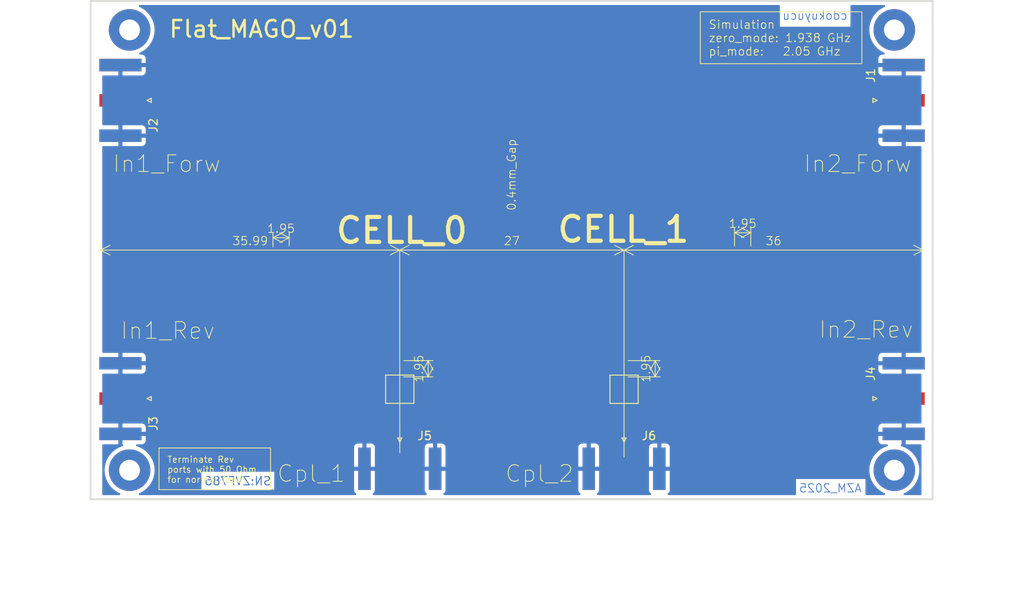
<source format=kicad_pcb>
(kicad_pcb (version 20241229) (generator "pcbnew") (generator_version "9.0")
  (layers (0 "F.Cu" signal) (2 "B.Cu" signal) (13 "F.Paste" user) (15 "B.Paste" user) (5 "F.SilkS" user "F.Silkscreen") (7 "B.SilkS" user "B.Silkscreen") (1 "F.Mask" user) (3 "B.Mask" user) (25 "Edge.Cuts" user))
  (net 0 "")
  (net 1 "GND")
  (net 2 "Net-(J1-In)")
  (net 3 "Net-(J2-In)")
  (net 4 "Net-(J5-In)")
  (net 5 "Net-(J6-In)")
  (footprint "MountingHole:MountingHole_2.5mm_Pad" (layer "F.Cu") (at 194.33 69.62)
    (property "Reference" "REF**" (hide yes))
    (property "Value" "MountingHole_2.5mm_Pad" (hide yes))
    (pad "1" thru_hole circle (at 0 0) (size 5 5) (drill 2.5) (layers "*.Cu" "*.Mask"))
  )
  (footprint "Connector_Coaxial:SMA_Amphenol_132289_EdgeMount" (layer "F.Cu") (at 101.19 78.1 180)
    (property "Reference" "J2" (at -3.96 -3 90) (layer "F.SilkS"))
    (property "Value" "Conn_Coaxial" (hide yes))
    (fp_line (start -3.21 0) (end -3.71 -0.25) (stroke (width 0.12)) (layer "F.SilkS"))
    (fp_line (start -3.71 0.25) (end -3.21 0) (stroke (width 0.12)) (layer "F.SilkS"))
    (fp_line (start -3.71 -0.25) (end -3.71 0.25) (stroke (width 0.12)) (layer "F.SilkS"))
    (pad "1" smd rect (at 0 0 270) (size 1.5 5.08) (layers "F.Cu" "F.Mask" "F.Paste") (net 3 "Net-(J2-In)"))
    (pad "2" smd rect (at 0 -4.25 270) (size 1.5 5.08) (layers "F.Cu" "F.Mask" "F.Paste") (net 1 "GND"))
    (pad "2" smd rect (at 0 -4.25 270) (size 1.5 5.08) (layers "B.Cu" "B.Mask" "B.Paste") (net 1 "GND"))
    (pad "2" smd rect (at 0 4.25 270) (size 1.5 5.08) (layers "F.Cu" "F.Mask" "F.Paste") (net 1 "GND"))
    (pad "2" smd rect (at 0 4.25 270) (size 1.5 5.08) (layers "B.Cu" "B.Mask" "B.Paste") (net 1 "GND"))
  )
  (footprint "TestPoint:TestPoint_Pad_3.0x3.0mm" (layer "F.Cu") (at 134.81 112.86 90)
    (property "Reference" "TP1" (hide yes))
    (property "Value" "TestPoint" (hide yes))
    (fp_line (start 1.7 -1.7) (end 1.7 1.7) (stroke (width 0.12)) (layer "F.SilkS"))
    (fp_line (start -1.7 -1.7) (end 1.7 -1.7) (stroke (width 0.12)) (layer "F.SilkS"))
    (fp_line (start 1.7 1.7) (end -1.7 1.7) (stroke (width 0.12)) (layer "F.SilkS"))
    (fp_line (start -1.7 1.7) (end -1.7 -1.7) (stroke (width 0.12)) (layer "F.SilkS"))
    (pad "1" smd rect (at 0 0 90) (size 3 3) (layers "F.Cu" "F.Mask") (net 4 "Net-(J5-In)"))
  )
  (footprint "MountingHole:MountingHole_2.5mm_Pad" (layer "F.Cu") (at 194.33 122.61)
    (property "Reference" "REF**" (hide yes))
    (property "Value" "MountingHole_2.5mm_Pad" (hide yes))
    (pad "1" thru_hole circle (at 0 0) (size 5 5) (drill 2.5) (layers "*.Cu" "*.Mask"))
  )
  (footprint "Connector_Coaxial:SMA_Amphenol_132289_EdgeMount" (layer "F.Cu") (at 134.81 122.4375 -90)
    (property "Reference" "J5" (at -3.96 -3 0) (layer "F.SilkS"))
    (property "Value" "Conn_Coaxial" (hide yes))
    (fp_line (start -3.71 0.25) (end -3.21 0) (stroke (width 0.12)) (layer "F.SilkS"))
    (fp_line (start -3.21 0) (end -3.71 -0.25) (stroke (width 0.12)) (layer "F.SilkS"))
    (fp_line (start -3.71 -0.25) (end -3.71 0.25) (stroke (width 0.12)) (layer "F.SilkS"))
    (pad "1" smd rect (at 0 0) (size 1.5 5.08) (layers "F.Cu" "F.Mask" "F.Paste") (net 4 "Net-(J5-In)"))
    (pad "2" smd rect (at 0 -4.25) (size 1.5 5.08) (layers "F.Cu" "F.Mask" "F.Paste") (net 1 "GND"))
    (pad "2" smd rect (at 0 -4.25) (size 1.5 5.08) (layers "B.Cu" "B.Mask" "B.Paste") (net 1 "GND"))
    (pad "2" smd rect (at 0 4.25) (size 1.5 5.08) (layers "F.Cu" "F.Mask" "F.Paste") (net 1 "GND"))
    (pad "2" smd rect (at 0 4.25) (size 1.5 5.08) (layers "B.Cu" "B.Mask" "B.Paste") (net 1 "GND"))
  )
  (footprint "Connector_Coaxial:SMA_Amphenol_132289_EdgeMount" (layer "F.Cu") (at 195.45 78.1)
    (property "Reference" "J1" (at -3.96 -3 90) (layer "F.SilkS"))
    (property "Value" "Conn_Coaxial" (hide yes))
    (fp_line (start -3.71 -0.25) (end -3.71 0.25) (stroke (width 0.12)) (layer "F.SilkS"))
    (fp_line (start -3.71 0.25) (end -3.21 0) (stroke (width 0.12)) (layer "F.SilkS"))
    (fp_line (start -3.21 0) (end -3.71 -0.25) (stroke (width 0.12)) (layer "F.SilkS"))
    (pad "1" smd rect (at 0 0 90) (size 1.5 5.08) (layers "F.Cu" "F.Mask" "F.Paste") (net 2 "Net-(J1-In)"))
    (pad "2" smd rect (at 0 -4.25 90) (size 1.5 5.08) (layers "F.Cu" "F.Mask" "F.Paste") (net 1 "GND"))
    (pad "2" smd rect (at 0 -4.25 90) (size 1.5 5.08) (layers "B.Cu" "B.Mask" "B.Paste") (net 1 "GND"))
    (pad "2" smd rect (at 0 4.25 90) (size 1.5 5.08) (layers "F.Cu" "F.Mask" "F.Paste") (net 1 "GND"))
    (pad "2" smd rect (at 0 4.25 90) (size 1.5 5.08) (layers "B.Cu" "B.Mask" "B.Paste") (net 1 "GND"))
  )
  (footprint "Connector_Coaxial:SMA_Amphenol_132289_EdgeMount" (layer "F.Cu") (at 195.45 113.99)
    (property "Reference" "J4" (at -3.96 -3 90) (layer "F.SilkS"))
    (property "Value" "Conn_Coaxial" (hide yes))
    (fp_line (start -3.71 -0.25) (end -3.71 0.25) (stroke (width 0.12)) (layer "F.SilkS"))
    (fp_line (start -3.71 0.25) (end -3.21 0) (stroke (width 0.12)) (layer "F.SilkS"))
    (fp_line (start -3.21 0) (end -3.71 -0.25) (stroke (width 0.12)) (layer "F.SilkS"))
    (pad "1" smd rect (at 0 0 90) (size 1.5 5.08) (layers "F.Cu" "F.Mask" "F.Paste") (net 2 "Net-(J1-In)"))
    (pad "2" smd rect (at 0 -4.25 90) (size 1.5 5.08) (layers "F.Cu" "F.Mask" "F.Paste") (net 1 "GND"))
    (pad "2" smd rect (at 0 -4.25 90) (size 1.5 5.08) (layers "B.Cu" "B.Mask" "B.Paste") (net 1 "GND"))
    (pad "2" smd rect (at 0 4.25 90) (size 1.5 5.08) (layers "F.Cu" "F.Mask" "F.Paste") (net 1 "GND"))
    (pad "2" smd rect (at 0 4.25 90) (size 1.5 5.08) (layers "B.Cu" "B.Mask" "B.Paste") (net 1 "GND"))
  )
  (footprint "TestPoint:TestPoint_Pad_3.0x3.0mm" (layer "F.Cu") (at 161.8 112.87 90)
    (property "Reference" "TP2" (hide yes))
    (property "Value" "TestPoint" (hide yes))
    (fp_line (start 1.7 -1.7) (end 1.7 1.7) (stroke (width 0.12)) (layer "F.SilkS"))
    (fp_line (start -1.7 -1.7) (end 1.7 -1.7) (stroke (width 0.12)) (layer "F.SilkS"))
    (fp_line (start 1.7 1.7) (end -1.7 1.7) (stroke (width 0.12)) (layer "F.SilkS"))
    (fp_line (start -1.7 1.7) (end -1.7 -1.7) (stroke (width 0.12)) (layer "F.SilkS"))
    (pad "1" smd rect (at 0 0 90) (size 3 3) (layers "F.Cu" "F.Mask") (net 5 "Net-(J6-In)"))
  )
  (footprint "MountingHole:MountingHole_2.5mm_Pad" (layer "F.Cu") (at 102.29 69.62)
    (property "Reference" "REF**" (hide yes))
    (property "Value" "MountingHole_2.5mm_Pad" (hide yes))
    (pad "1" thru_hole circle (at 0 0) (size 5 5) (drill 2.5) (layers "*.Cu" "*.Mask"))
  )
  (footprint "MountingHole:MountingHole_2.5mm_Pad" (layer "F.Cu") (at 102.29 122.61)
    (property "Reference" "REF**" (hide yes))
    (property "Value" "MountingHole_2.5mm_Pad" (hide yes))
    (pad "1" thru_hole circle (at 0 0) (size 5 5) (drill 2.5) (layers "*.Cu" "*.Mask"))
  )
  (footprint "Connector_Coaxial:SMA_Amphenol_132289_EdgeMount" (layer "F.Cu") (at 161.8 122.4375 -90)
    (property "Reference" "J6" (at -3.96 -3 0) (layer "F.SilkS"))
    (property "Value" "Conn_Coaxial" (hide yes))
    (fp_line (start -3.71 0.25) (end -3.21 0) (stroke (width 0.12)) (layer "F.SilkS"))
    (fp_line (start -3.21 0) (end -3.71 -0.25) (stroke (width 0.12)) (layer "F.SilkS"))
    (fp_line (start -3.71 -0.25) (end -3.71 0.25) (stroke (width 0.12)) (layer "F.SilkS"))
    (pad "1" smd rect (at 0 0) (size 1.5 5.08) (layers "F.Cu" "F.Mask" "F.Paste") (net 5 "Net-(J6-In)"))
    (pad "2" smd rect (at 0 -4.25) (size 1.5 5.08) (layers "F.Cu" "F.Mask" "F.Paste") (net 1 "GND"))
    (pad "2" smd rect (at 0 -4.25) (size 1.5 5.08) (layers "B.Cu" "B.Mask" "B.Paste") (net 1 "GND"))
    (pad "2" smd rect (at 0 4.25) (size 1.5 5.08) (layers "F.Cu" "F.Mask" "F.Paste") (net 1 "GND"))
    (pad "2" smd rect (at 0 4.25) (size 1.5 5.08) (layers "B.Cu" "B.Mask" "B.Paste") (net 1 "GND"))
  )
  (footprint "Connector_Coaxial:SMA_Amphenol_132289_EdgeMount" (layer "F.Cu") (at 101.19 113.99 180)
    (property "Reference" "J3" (at -3.96 -3 90) (layer "F.SilkS"))
    (property "Value" "Conn_Coaxial" (hide yes))
    (fp_line (start -3.21 0) (end -3.71 -0.25) (stroke (width 0.12)) (layer "F.SilkS"))
    (fp_line (start -3.71 0.25) (end -3.21 0) (stroke (width 0.12)) (layer "F.SilkS"))
    (fp_line (start -3.71 -0.25) (end -3.71 0.25) (stroke (width 0.12)) (layer "F.SilkS"))
    (pad "1" smd rect (at 0 0 270) (size 1.5 5.08) (layers "F.Cu" "F.Mask" "F.Paste") (net 3 "Net-(J2-In)"))
    (pad "2" smd rect (at 0 -4.25 270) (size 1.5 5.08) (layers "F.Cu" "F.Mask" "F.Paste") (net 1 "GND"))
    (pad "2" smd rect (at 0 -4.25 270) (size 1.5 5.08) (layers "B.Cu" "B.Mask" "B.Paste") (net 1 "GND"))
    (pad "2" smd rect (at 0 4.25 270) (size 1.5 5.08) (layers "F.Cu" "F.Mask" "F.Paste") (net 1 "GND"))
    (pad "2" smd rect (at 0 4.25 270) (size 1.5 5.08) (layers "B.Cu" "B.Mask" "B.Paste") (net 1 "GND"))
  )
  (gr_circle (center 134.8 96.12) (end 146.6 96.12) (stroke (width 3)) (fill no) (layer "F.Cu"))
  (gr_circle (center 161.8 96.12) (end 173.6 96.12) (stroke (width 3)) (fill no) (layer "F.Cu"))
  (gr_line (start 134.8 96.12) (end 134.81 120.5175) (stroke (width 0.1)) (layer "F.SilkS"))
  (gr_line (start 161.8 96.12) (end 161.8 121.0275) (stroke (width 0.1)) (layer "F.SilkS"))
  (gr_rect (start 97.59 66.12) (end 198.93 126.11) (stroke (width 0.2)) (fill no) (layer "Edge.Cuts"))
  (gr_text "cdokuyucu" (at 188.75 68.47 0) (layer "B.Cu") (effects (font (size 1 1) (thickness 0.1)) (justify left bottom mirror)))
  (gr_text "AZM_2025" (at 190.46 125.36 0) (layer "B.Cu") (effects (font (size 1 1) (thickness 0.1)) (justify left bottom mirror)))
  (gr_text "SN:ZVF786" (at 119.4 124.5 0) (layer "B.Cu") (effects (font (size 1 1) (thickness 0.125)) (justify left bottom mirror)))
  (gr_text "In2_Rev" (at 185.16 106.85 0) (layer "F.SilkS") (effects (font (size 2 2) (thickness 0.1)) (justify left bottom)))
  (gr_text "CELL_0" (at 126.87 95.52 0) (layer "F.SilkS") (effects (font (size 3 3) (thickness 0.5) (bold yes)) (justify left bottom)))
  (gr_text "CELL_1" (at 153.53 95.39 0) (layer "F.SilkS") (effects (font (size 3 3) (thickness 0.5) (bold yes)) (justify left bottom)))
  (gr_text "In2_Forw" (at 183.33 86.9 0) (layer "F.SilkS") (effects (font (size 2 2) (thickness 0.1)) (justify left bottom)))
  (gr_text "Flat_MAGO_v01" (at 106.89 70.69 0) (layer "F.SilkS") (effects (font (size 2 2) (thickness 0.3) (bold yes)) (justify left bottom)))
  (gr_text "In1_Forw" (at 100.18 86.9 0) (layer "F.SilkS") (effects (font (size 2 2) (thickness 0.1)) (justify left bottom)))
  (gr_text "Cpl_2" (at 147.41 124.19 0) (layer "F.SilkS") (effects (font (size 2 2) (thickness 0.1)) (justify left bottom)))
  (gr_text "0.4mm_Gap" (at 148.85 91.43 90) (layer "F.SilkS") (effects (font (size 1 1) (thickness 0.1)) (justify left bottom)))
  (gr_text "Cpl_1" (at 119.96 124.19 0) (layer "F.SilkS") (effects (font (size 2 2) (thickness 0.1)) (justify left bottom)))
  (gr_text "In1_Rev" (at 101.11 106.98 0) (layer "F.SilkS") (effects (font (size 2 2) (thickness 0.1)) (justify left bottom)))
  (gr_text_box "Terminate Rev ports with 50 Ohm for normal feed" (start 105.83 119.93) (end 119.26 124.95) (margins 1.0025 1.0025 1.0025 1.0025) (layer "F.SilkS") (effects (font (size 0.75 0.75) (thickness 0.1)) (justify left top)) (border yes) (stroke (width 0.1)))
  (gr_text_box "Simulation\nzero_mode: 1.938 GHz\npi_mode:   2.05 GHz" (start 170.98 67.44) (end 190.42 73.69) (margins 1.0025 1.0025 1.0025 1.0025) (layer "F.SilkS") (effects (font (size 1 1) (thickness 0.1)) (justify left top)) (border yes) (stroke (width 0.1)))
  (dimension (type orthogonal) (layer "F.SilkS") (pts (xy 161.8 109.42) (xy 161.8 111.37)) (height 3.75) (orientation 1) (format (prefix "") (suffix "") (units 3) (units_format 0) (precision 4) (suppress_zeroes yes)) (style (thickness 0.1) (arrow_length 1.27) (text_position_mode 0) (arrow_direction outward) (extension_height 0.58642) (extension_offset 0.5) (keep_text_aligned yes)) (gr_text "1.95" (at 164.45 110.395 90) (layer "F.SilkS") (effects (font (size 1 1) (thickness 0.1)))))
  (dimension (type orthogonal) (layer "F.SilkS") (pts (xy 161.8 96.12) (xy 134.8 96.12)) (height 0) (orientation 0) (format (prefix "") (suffix "") (units 3) (units_format 0) (precision 4) (suppress_zeroes yes)) (style (thickness 0.1) (arrow_length 1.27) (text_position_mode 0) (arrow_direction outward) (extension_height 0.58642) (extension_offset 0.5) (keep_text_aligned yes)) (gr_text "27" (at 148.3 95.02 0) (layer "F.SilkS") (effects (font (size 1 1) (thickness 0.1)))))
  (dimension (type orthogonal) (layer "F.SilkS") (pts (xy 134.8 96.12) (xy 98.81 96.31)) (height 0) (orientation 0) (format (prefix "") (suffix "") (units 3) (units_format 0) (precision 4) (suppress_zeroes yes)) (style (thickness 0.1) (arrow_length 1.27) (text_position_mode 0) (arrow_direction outward) (extension_height 0.58642) (extension_offset 0.5) (keep_text_aligned yes)) (gr_text "35.99" (at 116.805 95.02 0) (layer "F.SilkS") (effects (font (size 1 1) (thickness 0.1)))))
  (dimension (type orthogonal) (layer "F.SilkS") (pts (xy 161.8 96.12) (xy 197.8 96.12)) (height 0) (orientation 0) (format (prefix "") (suffix "") (units 3) (units_format 0) (precision 4) (suppress_zeroes yes)) (style (thickness 0.1) (arrow_length 1.27) (text_position_mode 0) (arrow_direction outward) (extension_height 0.58642) (extension_offset 0.5) (keep_text_aligned yes)) (gr_text "36" (at 179.8 95.02 0) (layer "F.SilkS") (effects (font (size 1 1) (thickness 0.1)))))
  (dimension (type orthogonal) (layer "F.SilkS") (pts (xy 121.5 96.12) (xy 119.55 96.22)) (height -1.49) (orientation 0) (format (prefix "") (suffix "") (units 3) (units_format 0) (precision 4) (suppress_zeroes yes)) (style (thickness 0.1) (arrow_length 1.27) (text_position_mode 0) (arrow_direction outward) (extension_height 0.58642) (extension_offset 0.5) (keep_text_aligned yes)) (gr_text "1.95" (at 120.525 93.53 0) (layer "F.SilkS") (effects (font (size 1 1) (thickness 0.1)))))
  (dimension (type orthogonal) (layer "F.SilkS") (pts (xy 134.8 109.42) (xy 134.76 111.37)) (height 3.42) (orientation 1) (format (prefix "") (suffix "") (units 3) (units_format 0) (precision 4) (suppress_zeroes yes)) (style (thickness 0.1) (arrow_length 1.27) (text_position_mode 0) (arrow_direction outward) (extension_height 0.58642) (extension_offset 0.5) (keep_text_aligned yes)) (gr_text "1.95" (at 137.12 110.395 90) (layer "F.SilkS") (effects (font (size 1 1) (thickness 0.1)))))
  (dimension (type orthogonal) (layer "F.SilkS") (pts (xy 175.1 96.12) (xy 177.05 96.14)) (height -2.09) (orientation 0) (format (prefix "") (suffix "") (units 3) (units_format 0) (precision 4) (suppress_zeroes yes)) (style (thickness 0.1) (arrow_length 1.27) (text_position_mode 0) (arrow_direction outward) (extension_height 0.58642) (extension_offset 0.5) (keep_text_aligned yes)) (gr_text "1.95" (at 176.075 92.93 0) (layer "F.SilkS") (effects (font (size 1 1) (thickness 0.1)))))
  (segment (start 195.45 78.1) (end 183.54 78.1) (width 3) (layer "F.Cu") (net 2))
  (segment (start 183.54 113.99) (end 195.45 113.99) (width 3) (layer "F.Cu") (net 2))
  (segment (start 178.54 83.1) (end 178.54 108.99) (width 3) (layer "F.Cu") (net 2))
  (arc (start 183.54 78.1) (mid 180.004466 79.564466) (end 178.54 83.1) (width 3) (layer "F.Cu") (net 2))
  (arc (start 183.54 113.99) (mid 180.004466 112.525534) (end 178.54 108.99) (width 3) (layer "F.Cu") (net 2))
  (segment (start 118.05 108.99) (end 118.04762 109.208201) (width 3) (layer "F.Cu") (net 3))
  (segment (start 114.964329 113.611598) (end 114.554245 113.760856) (width 3) (layer "F.Cu") (net 3))
  (segment (start 115.359843 113.427167) (end 114.964329 113.611598) (width 3) (layer "F.Cu") (net 3))
  (segment (start 118.04762 109.208201) (end 118.009585 109.642942) (width 3) (layer "F.Cu") (net 3))
  (segment (start 117.487167 111.299843) (end 117.268966 111.677778) (width 3) (layer "F.Cu") (net 3))
  (segment (start 114.132714 113.873805) (end 113.702942 113.949585) (width 3) (layer "F.Cu") (net 3))
  (segment (start 113.268201 113.98762) (end 113.05 113.99) (width 3) (layer "F.Cu") (net 3))
  (segment (start 118.05 83.1) (end 118.05 108.99) (width 3) (layer "F.Cu") (net 3))
  (segment (start 117.268966 111.677778) (end 117.018656 112.035257) (width 3) (layer "F.Cu") (net 3))
  (segment (start 113.702942 113.949585) (end 113.268201 113.98762) (width 3) (layer "F.Cu") (net 3))
  (segment (start 101.19 78.1) (end 113.05 78.1) (width 3) (layer "F.Cu") (net 3))
  (segment (start 116.095257 112.958656) (end 115.737778 113.208966) (width 3) (layer "F.Cu") (net 3))
  (segment (start 116.738143 112.36956) (end 116.42956 112.678143) (width 3) (layer "F.Cu") (net 3))
  (segment (start 114.554245 113.760856) (end 114.132714 113.873805) (width 3) (layer "F.Cu") (net 3))
  (segment (start 117.820856 110.494245) (end 117.671598 110.904329) (width 3) (layer "F.Cu") (net 3))
  (segment (start 118.009585 109.642942) (end 117.933805 110.072714) (width 3) (layer "F.Cu") (net 3))
  (segment (start 117.671598 110.904329) (end 117.487167 111.299843) (width 3) (layer "F.Cu") (net 3))
  (segment (start 117.018656 112.035257) (end 116.738143 112.36956) (width 3) (layer "F.Cu") (net 3))
  (segment (start 113.05 113.99) (end 101.19 113.99) (width 3) (layer "F.Cu") (net 3))
  (segment (start 115.737778 113.208966) (end 115.359843 113.427167) (width 3) (layer "F.Cu") (net 3))
  (segment (start 117.933805 110.072714) (end 117.820856 110.494245) (width 3) (layer "F.Cu") (net 3))
  (segment (start 116.42956 112.678143) (end 116.095257 112.958656) (width 3) (layer "F.Cu") (net 3))
  (arc (start 118.05 83.1) (mid 116.585534 79.564466) (end 113.05 78.1) (width 3) (layer "F.Cu") (net 3))
  (segment (start 134.81 112.86) (end 134.81 122.4375) (width 3) (layer "F.Cu") (net 4))
  (segment (start 161.8 112.87) (end 161.8 122.4375) (width 3) (layer "F.Cu") (net 5))
  (zone (net 1) (net_name "GND") (layer "B.Cu") (connect_pads (clearance 0.5)) (min_thickness 0.25) (fill yes (thermal_gap 0.5) (thermal_bridge_width 0.5))
    (polygon (pts (xy 99 66.3) (xy 197.6 66.4) (xy 197.6 125.9) (xy 99 125.9)))
  )
)
</source>
